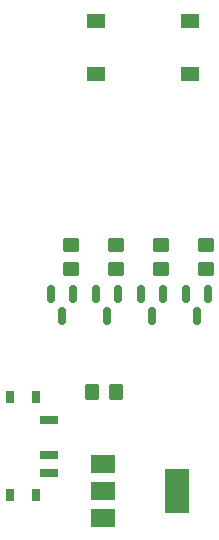
<source format=gtp>
G04 #@! TF.GenerationSoftware,KiCad,Pcbnew,(6.0.5)*
G04 #@! TF.CreationDate,2022-05-11T01:06:37+02:00*
G04 #@! TF.ProjectId,HighBong_V2,48696768-426f-46e6-975f-56322e6b6963,rev?*
G04 #@! TF.SameCoordinates,Original*
G04 #@! TF.FileFunction,Paste,Top*
G04 #@! TF.FilePolarity,Positive*
%FSLAX46Y46*%
G04 Gerber Fmt 4.6, Leading zero omitted, Abs format (unit mm)*
G04 Created by KiCad (PCBNEW (6.0.5)) date 2022-05-11 01:06:37*
%MOMM*%
%LPD*%
G01*
G04 APERTURE LIST*
G04 Aperture macros list*
%AMRoundRect*
0 Rectangle with rounded corners*
0 $1 Rounding radius*
0 $2 $3 $4 $5 $6 $7 $8 $9 X,Y pos of 4 corners*
0 Add a 4 corners polygon primitive as box body*
4,1,4,$2,$3,$4,$5,$6,$7,$8,$9,$2,$3,0*
0 Add four circle primitives for the rounded corners*
1,1,$1+$1,$2,$3*
1,1,$1+$1,$4,$5*
1,1,$1+$1,$6,$7*
1,1,$1+$1,$8,$9*
0 Add four rect primitives between the rounded corners*
20,1,$1+$1,$2,$3,$4,$5,0*
20,1,$1+$1,$4,$5,$6,$7,0*
20,1,$1+$1,$6,$7,$8,$9,0*
20,1,$1+$1,$8,$9,$2,$3,0*%
G04 Aperture macros list end*
%ADD10RoundRect,0.250000X-0.350000X-0.450000X0.350000X-0.450000X0.350000X0.450000X-0.350000X0.450000X0*%
%ADD11RoundRect,0.150000X-0.150000X0.587500X-0.150000X-0.587500X0.150000X-0.587500X0.150000X0.587500X0*%
%ADD12RoundRect,0.250000X-0.450000X0.350000X-0.450000X-0.350000X0.450000X-0.350000X0.450000X0.350000X0*%
%ADD13R,1.550000X1.300000*%
%ADD14R,1.498600X0.698500*%
%ADD15R,0.797560X0.998220*%
%ADD16R,2.000000X1.500000*%
%ADD17R,2.000000X3.800000*%
G04 APERTURE END LIST*
D10*
X107712000Y-139192000D03*
X109712000Y-139192000D03*
D11*
X109916000Y-130888500D03*
X108016000Y-130888500D03*
X108966000Y-132763500D03*
D12*
X113538000Y-126762000D03*
X113538000Y-128762000D03*
D13*
X108025000Y-112250000D03*
X115975000Y-112250000D03*
X115975000Y-107750000D03*
X108025000Y-107750000D03*
D12*
X109728000Y-126746000D03*
X109728000Y-128746000D03*
D14*
X104101900Y-141516100D03*
X104101900Y-144513300D03*
X104101900Y-146011900D03*
D15*
X102953820Y-139616180D03*
X100754180Y-147911820D03*
X100754180Y-139616180D03*
X102953820Y-147911820D03*
D12*
X105918000Y-126762000D03*
X105918000Y-128762000D03*
D16*
X108610000Y-145274000D03*
X108610000Y-147574000D03*
D17*
X114910000Y-147574000D03*
D16*
X108610000Y-149874000D03*
D11*
X106106000Y-130888500D03*
X104206000Y-130888500D03*
X105156000Y-132763500D03*
X113726000Y-130888500D03*
X111826000Y-130888500D03*
X112776000Y-132763500D03*
X117536000Y-130888500D03*
X115636000Y-130888500D03*
X116586000Y-132763500D03*
D12*
X117348000Y-126762000D03*
X117348000Y-128762000D03*
M02*

</source>
